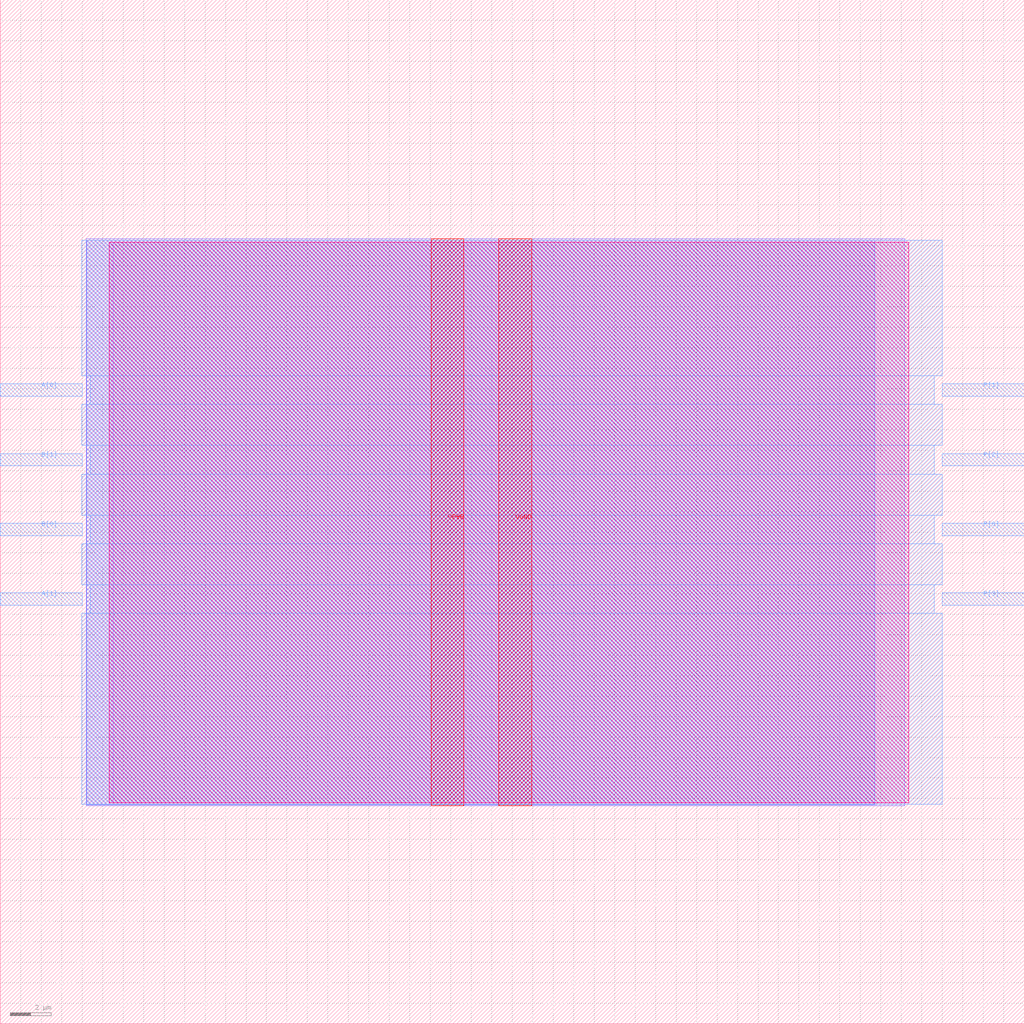
<source format=lef>
VERSION 5.7 ;
  NOWIREEXTENSIONATPIN ON ;
  DIVIDERCHAR "/" ;
  BUSBITCHARS "[]" ;
MACRO SARSANPASOS_VENTAJA_RUIDO_e8
  CLASS BLOCK ;
  FOREIGN SARSANPASOS_VENTAJA_RUIDO_e8 ;
  ORIGIN 0.000 0.000 ;
  SIZE 50.000 BY 50.000 ;
  PIN A[0]
    DIRECTION INPUT ;
    USE SIGNAL ;
    ANTENNAGATEAREA 0.196500 ;
    PORT
      LAYER met3 ;
        RECT 0.000 30.640 4.000 31.240 ;
    END
  END A[0]
  PIN A[1]
    DIRECTION INPUT ;
    USE SIGNAL ;
    ANTENNAGATEAREA 0.196500 ;
    PORT
      LAYER met3 ;
        RECT 0.000 20.440 4.000 21.040 ;
    END
  END A[1]
  PIN B[0]
    DIRECTION INPUT ;
    USE SIGNAL ;
    ANTENNAGATEAREA 0.196500 ;
    PORT
      LAYER met3 ;
        RECT 0.000 23.840 4.000 24.440 ;
    END
  END B[0]
  PIN B[1]
    DIRECTION INPUT ;
    USE SIGNAL ;
    ANTENNAGATEAREA 0.196500 ;
    PORT
      LAYER met3 ;
        RECT 0.000 27.240 4.000 27.840 ;
    END
  END B[1]
  PIN P[0]
    DIRECTION OUTPUT ;
    USE SIGNAL ;
    ANTENNADIFFAREA 0.445500 ;
    PORT
      LAYER met3 ;
        RECT 46.000 23.840 50.000 24.440 ;
    END
  END P[0]
  PIN P[1]
    DIRECTION OUTPUT ;
    USE SIGNAL ;
    ANTENNADIFFAREA 0.445500 ;
    PORT
      LAYER met3 ;
        RECT 46.000 30.640 50.000 31.240 ;
    END
  END P[1]
  PIN P[2]
    DIRECTION OUTPUT ;
    USE SIGNAL ;
    ANTENNADIFFAREA 0.445500 ;
    PORT
      LAYER met3 ;
        RECT 46.000 27.240 50.000 27.840 ;
    END
  END P[2]
  PIN P[3]
    DIRECTION OUTPUT ;
    USE SIGNAL ;
    PORT
      LAYER met3 ;
        RECT 46.000 20.440 50.000 21.040 ;
    END
  END P[3]
  PIN VGND
    DIRECTION INOUT ;
    USE GROUND ;
    PORT
      LAYER met4 ;
        RECT 24.340 10.640 25.940 38.320 ;
    END
  END VGND
  PIN VPWR
    DIRECTION INOUT ;
    USE POWER ;
    PORT
      LAYER met4 ;
        RECT 21.040 10.640 22.640 38.320 ;
    END
  END VPWR
  OBS
      LAYER nwell ;
        RECT 5.330 10.795 44.350 38.165 ;
      LAYER li1 ;
        RECT 5.520 10.795 44.160 38.165 ;
      LAYER met1 ;
        RECT 4.210 10.640 44.160 38.320 ;
      LAYER met2 ;
        RECT 4.230 10.695 42.690 38.265 ;
      LAYER met3 ;
        RECT 3.990 31.640 46.000 38.245 ;
        RECT 4.400 30.240 45.600 31.640 ;
        RECT 3.990 28.240 46.000 30.240 ;
        RECT 4.400 26.840 45.600 28.240 ;
        RECT 3.990 24.840 46.000 26.840 ;
        RECT 4.400 23.440 45.600 24.840 ;
        RECT 3.990 21.440 46.000 23.440 ;
        RECT 4.400 20.040 45.600 21.440 ;
        RECT 3.990 10.715 46.000 20.040 ;
  END
END SARSANPASOS_VENTAJA_RUIDO_e8
END LIBRARY


</source>
